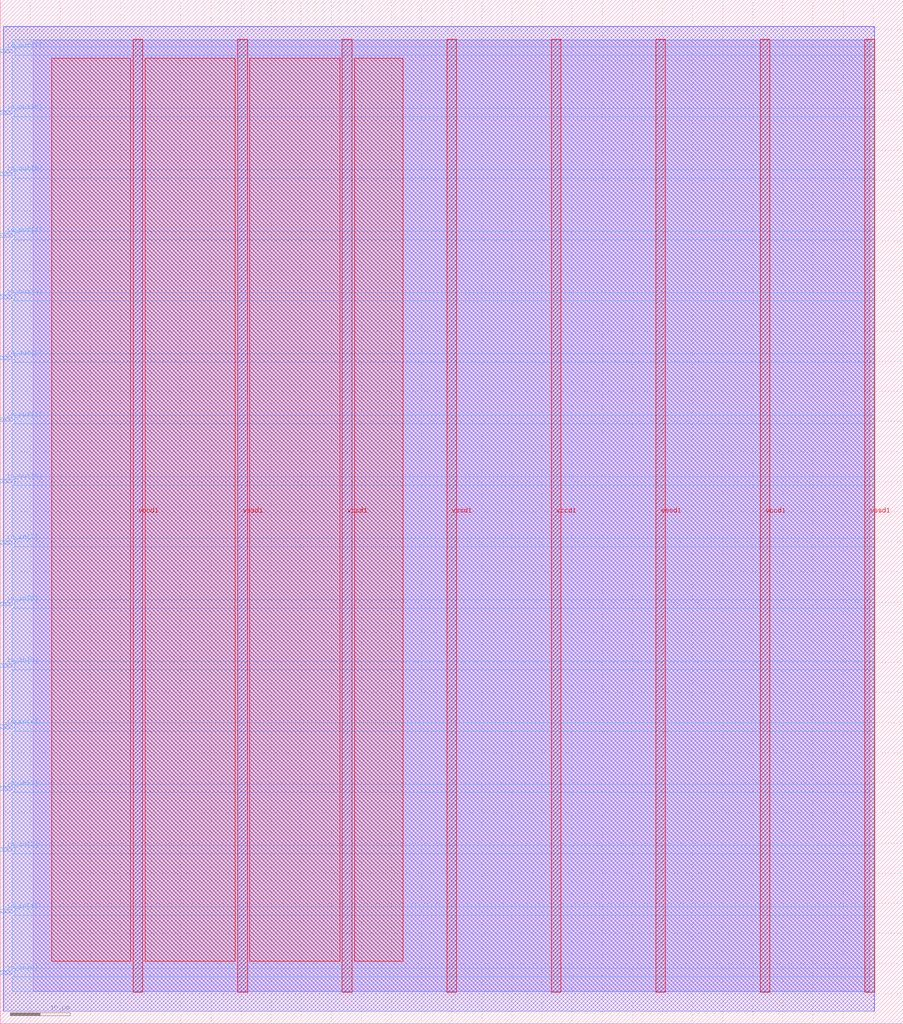
<source format=lef>
VERSION 5.7 ;
  NOWIREEXTENSIONATPIN ON ;
  DIVIDERCHAR "/" ;
  BUSBITCHARS "[]" ;
MACRO option23ser
  CLASS BLOCK ;
  FOREIGN option23ser ;
  ORIGIN 0.000 0.000 ;
  SIZE 150.000 BY 170.000 ;
  PIN io_in[0]
    DIRECTION INPUT ;
    USE SIGNAL ;
    PORT
      LAYER met3 ;
        RECT 0.000 8.200 2.000 8.800 ;
    END
  END io_in[0]
  PIN io_in[1]
    DIRECTION INPUT ;
    USE SIGNAL ;
    PORT
      LAYER met3 ;
        RECT 0.000 18.400 2.000 19.000 ;
    END
  END io_in[1]
  PIN io_in[2]
    DIRECTION INPUT ;
    USE SIGNAL ;
    PORT
      LAYER met3 ;
        RECT 0.000 28.600 2.000 29.200 ;
    END
  END io_in[2]
  PIN io_in[3]
    DIRECTION INPUT ;
    USE SIGNAL ;
    PORT
      LAYER met3 ;
        RECT 0.000 38.800 2.000 39.400 ;
    END
  END io_in[3]
  PIN io_in[4]
    DIRECTION INPUT ;
    USE SIGNAL ;
    PORT
      LAYER met3 ;
        RECT 0.000 49.000 2.000 49.600 ;
    END
  END io_in[4]
  PIN io_in[5]
    DIRECTION INPUT ;
    USE SIGNAL ;
    PORT
      LAYER met3 ;
        RECT 0.000 59.200 2.000 59.800 ;
    END
  END io_in[5]
  PIN io_in[6]
    DIRECTION INPUT ;
    USE SIGNAL ;
    PORT
      LAYER met3 ;
        RECT 0.000 69.400 2.000 70.000 ;
    END
  END io_in[6]
  PIN io_in[7]
    DIRECTION INPUT ;
    USE SIGNAL ;
    PORT
      LAYER met3 ;
        RECT 0.000 79.600 2.000 80.200 ;
    END
  END io_in[7]
  PIN io_out[0]
    DIRECTION OUTPUT TRISTATE ;
    USE SIGNAL ;
    PORT
      LAYER met3 ;
        RECT 0.000 89.800 2.000 90.400 ;
    END
  END io_out[0]
  PIN io_out[1]
    DIRECTION OUTPUT TRISTATE ;
    USE SIGNAL ;
    PORT
      LAYER met3 ;
        RECT 0.000 100.000 2.000 100.600 ;
    END
  END io_out[1]
  PIN io_out[2]
    DIRECTION OUTPUT TRISTATE ;
    USE SIGNAL ;
    PORT
      LAYER met3 ;
        RECT 0.000 110.200 2.000 110.800 ;
    END
  END io_out[2]
  PIN io_out[3]
    DIRECTION OUTPUT TRISTATE ;
    USE SIGNAL ;
    PORT
      LAYER met3 ;
        RECT 0.000 120.400 2.000 121.000 ;
    END
  END io_out[3]
  PIN io_out[4]
    DIRECTION OUTPUT TRISTATE ;
    USE SIGNAL ;
    PORT
      LAYER met3 ;
        RECT 0.000 130.600 2.000 131.200 ;
    END
  END io_out[4]
  PIN io_out[5]
    DIRECTION OUTPUT TRISTATE ;
    USE SIGNAL ;
    PORT
      LAYER met3 ;
        RECT 0.000 140.800 2.000 141.400 ;
    END
  END io_out[5]
  PIN io_out[6]
    DIRECTION OUTPUT TRISTATE ;
    USE SIGNAL ;
    PORT
      LAYER met3 ;
        RECT 0.000 151.000 2.000 151.600 ;
    END
  END io_out[6]
  PIN io_out[7]
    DIRECTION OUTPUT TRISTATE ;
    USE SIGNAL ;
    PORT
      LAYER met3 ;
        RECT 0.000 161.200 2.000 161.800 ;
    END
  END io_out[7]
  PIN vccd1
    DIRECTION INOUT ;
    USE POWER ;
    PORT
      LAYER met4 ;
        RECT 22.085 5.200 23.685 163.440 ;
    END
    PORT
      LAYER met4 ;
        RECT 56.815 5.200 58.415 163.440 ;
    END
    PORT
      LAYER met4 ;
        RECT 91.545 5.200 93.145 163.440 ;
    END
    PORT
      LAYER met4 ;
        RECT 126.275 5.200 127.875 163.440 ;
    END
  END vccd1
  PIN vssd1
    DIRECTION INOUT ;
    USE GROUND ;
    PORT
      LAYER met4 ;
        RECT 39.450 5.200 41.050 163.440 ;
    END
    PORT
      LAYER met4 ;
        RECT 74.180 5.200 75.780 163.440 ;
    END
    PORT
      LAYER met4 ;
        RECT 108.910 5.200 110.510 163.440 ;
    END
    PORT
      LAYER met4 ;
        RECT 143.640 5.200 145.240 163.440 ;
    END
  END vssd1
  OBS
      LAYER li1 ;
        RECT 5.520 5.355 144.440 163.285 ;
      LAYER met1 ;
        RECT 0.530 2.080 145.240 165.540 ;
      LAYER met2 ;
        RECT 0.560 2.050 145.210 165.570 ;
      LAYER met3 ;
        RECT 2.000 162.200 145.230 163.365 ;
        RECT 2.400 160.800 145.230 162.200 ;
        RECT 2.000 152.000 145.230 160.800 ;
        RECT 2.400 150.600 145.230 152.000 ;
        RECT 2.000 141.800 145.230 150.600 ;
        RECT 2.400 140.400 145.230 141.800 ;
        RECT 2.000 131.600 145.230 140.400 ;
        RECT 2.400 130.200 145.230 131.600 ;
        RECT 2.000 121.400 145.230 130.200 ;
        RECT 2.400 120.000 145.230 121.400 ;
        RECT 2.000 111.200 145.230 120.000 ;
        RECT 2.400 109.800 145.230 111.200 ;
        RECT 2.000 101.000 145.230 109.800 ;
        RECT 2.400 99.600 145.230 101.000 ;
        RECT 2.000 90.800 145.230 99.600 ;
        RECT 2.400 89.400 145.230 90.800 ;
        RECT 2.000 80.600 145.230 89.400 ;
        RECT 2.400 79.200 145.230 80.600 ;
        RECT 2.000 70.400 145.230 79.200 ;
        RECT 2.400 69.000 145.230 70.400 ;
        RECT 2.000 60.200 145.230 69.000 ;
        RECT 2.400 58.800 145.230 60.200 ;
        RECT 2.000 50.000 145.230 58.800 ;
        RECT 2.400 48.600 145.230 50.000 ;
        RECT 2.000 39.800 145.230 48.600 ;
        RECT 2.400 38.400 145.230 39.800 ;
        RECT 2.000 29.600 145.230 38.400 ;
        RECT 2.400 28.200 145.230 29.600 ;
        RECT 2.000 19.400 145.230 28.200 ;
        RECT 2.400 18.000 145.230 19.400 ;
        RECT 2.000 9.200 145.230 18.000 ;
        RECT 2.400 7.800 145.230 9.200 ;
        RECT 2.000 5.275 145.230 7.800 ;
      LAYER met4 ;
        RECT 8.575 10.375 21.685 160.305 ;
        RECT 24.085 10.375 39.050 160.305 ;
        RECT 41.450 10.375 56.415 160.305 ;
        RECT 58.815 10.375 66.865 160.305 ;
  END
END option23ser
END LIBRARY


</source>
